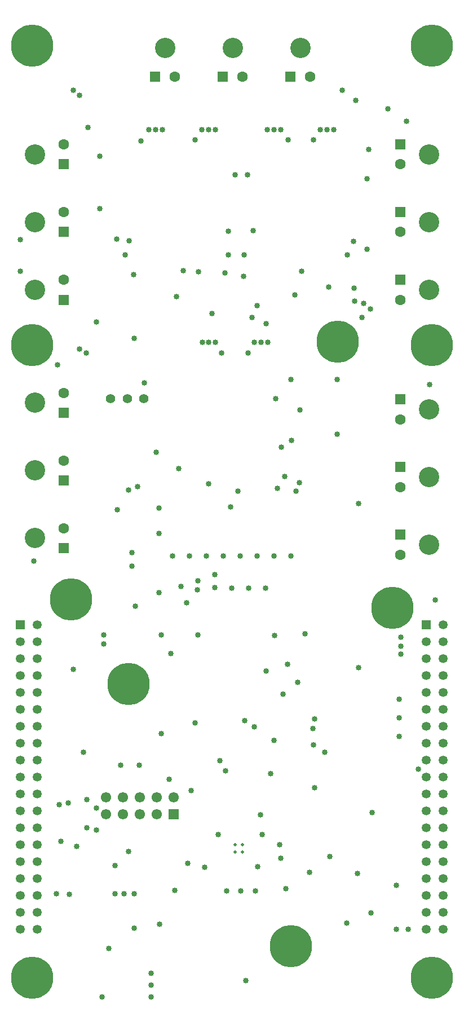
<source format=gbs>
G04*
G04 #@! TF.GenerationSoftware,Altium Limited,Altium Designer,23.7.1 (13)*
G04*
G04 Layer_Color=16711935*
%FSLAX25Y25*%
%MOIN*%
G70*
G04*
G04 #@! TF.SameCoordinates,971C37BE-97D5-4A50-9DA2-DA4AE9E2F4D9*
G04*
G04*
G04 #@! TF.FilePolarity,Negative*
G04*
G01*
G75*
%ADD53C,0.25000*%
%ADD54C,0.05512*%
%ADD55C,0.12008*%
%ADD56C,0.06319*%
%ADD57R,0.06319X0.06319*%
%ADD58R,0.06319X0.06319*%
%ADD59C,0.06102*%
%ADD60R,0.06102X0.06102*%
%ADD61R,0.05315X0.05315*%
%ADD62C,0.05315*%
%ADD63C,0.03347*%
%ADD64C,0.01968*%
D53*
X200307Y395614D02*
D03*
X19685Y393701D02*
D03*
X255906D02*
D03*
X76807Y193425D02*
D03*
X232795Y238386D02*
D03*
X42795Y243386D02*
D03*
X172795Y38386D02*
D03*
X255906Y570866D02*
D03*
X19685D02*
D03*
Y19685D02*
D03*
X255906D02*
D03*
D54*
X85785Y362000D02*
D03*
X75942D02*
D03*
X66100D02*
D03*
D55*
X254478Y275700D02*
D03*
X21222Y506500D02*
D03*
Y466500D02*
D03*
X254478D02*
D03*
Y506500D02*
D03*
X98194Y569308D02*
D03*
X178200Y569300D02*
D03*
X254478Y315700D02*
D03*
Y426400D02*
D03*
X21222Y359600D02*
D03*
Y319600D02*
D03*
Y279600D02*
D03*
Y426400D02*
D03*
X138200Y569300D02*
D03*
X254478Y355700D02*
D03*
D56*
X237470Y269795D02*
D03*
X38230Y512405D02*
D03*
Y472405D02*
D03*
X237470Y460595D02*
D03*
Y500595D02*
D03*
X104100Y552300D02*
D03*
X184106Y552292D02*
D03*
X237470Y309794D02*
D03*
Y420495D02*
D03*
X38230Y365506D02*
D03*
Y325505D02*
D03*
Y285506D02*
D03*
Y432305D02*
D03*
X144106Y552292D02*
D03*
X237470Y349795D02*
D03*
D57*
Y281606D02*
D03*
X38230Y500595D02*
D03*
Y460595D02*
D03*
X237470Y472405D02*
D03*
Y512405D02*
D03*
Y321605D02*
D03*
Y432305D02*
D03*
X38230Y353695D02*
D03*
Y313695D02*
D03*
Y273694D02*
D03*
Y420495D02*
D03*
X237470Y361606D02*
D03*
D58*
X92289Y552300D02*
D03*
X172294Y552292D02*
D03*
X132294D02*
D03*
D59*
X63307Y126425D02*
D03*
X73307D02*
D03*
X83307D02*
D03*
X93307D02*
D03*
X103307D02*
D03*
X63307Y116425D02*
D03*
X73307D02*
D03*
X83307D02*
D03*
X93307D02*
D03*
D60*
X103307D02*
D03*
D61*
X12795Y228386D02*
D03*
X252795D02*
D03*
D62*
X22795D02*
D03*
X12795Y218386D02*
D03*
X22795D02*
D03*
X12795Y208386D02*
D03*
X22795D02*
D03*
X12795Y198386D02*
D03*
X22795D02*
D03*
X12795Y188386D02*
D03*
X22795D02*
D03*
X12795Y178386D02*
D03*
X22795D02*
D03*
X12795Y168386D02*
D03*
X22795D02*
D03*
X12795Y158386D02*
D03*
X22795D02*
D03*
X12795Y148386D02*
D03*
X22795D02*
D03*
X12795Y138386D02*
D03*
X22795D02*
D03*
X12795Y128386D02*
D03*
X22795D02*
D03*
X12795Y118386D02*
D03*
X22795D02*
D03*
X12795Y108386D02*
D03*
X22795D02*
D03*
X12795Y98386D02*
D03*
X22795D02*
D03*
X12795Y88386D02*
D03*
X22795D02*
D03*
X12795Y78386D02*
D03*
X22795D02*
D03*
X12795Y68386D02*
D03*
X22795D02*
D03*
X12795Y58386D02*
D03*
X22795D02*
D03*
X12795Y48386D02*
D03*
X22795D02*
D03*
X262795Y228386D02*
D03*
X252795Y218386D02*
D03*
X262795D02*
D03*
X252795Y208386D02*
D03*
X262795D02*
D03*
X252795Y198386D02*
D03*
X262795D02*
D03*
X252795Y188386D02*
D03*
X262795D02*
D03*
X252795Y178386D02*
D03*
X262795D02*
D03*
X252795Y168386D02*
D03*
X262795D02*
D03*
X252795Y158386D02*
D03*
X262795D02*
D03*
X252795Y148386D02*
D03*
X262795D02*
D03*
X252795Y138386D02*
D03*
X262795D02*
D03*
X252795Y128386D02*
D03*
X262795D02*
D03*
X252795Y118386D02*
D03*
X262795D02*
D03*
X252795Y108386D02*
D03*
X262795D02*
D03*
X252795Y98386D02*
D03*
X262795D02*
D03*
X252795Y88386D02*
D03*
X262795D02*
D03*
X252795Y78386D02*
D03*
X262795D02*
D03*
X252795Y68386D02*
D03*
X262795D02*
D03*
X252795Y58386D02*
D03*
X262795D02*
D03*
X252795Y48386D02*
D03*
X262795D02*
D03*
D63*
X133500Y436500D02*
D03*
X135500Y447000D02*
D03*
Y461000D02*
D03*
X139500Y494500D02*
D03*
X149500Y410000D02*
D03*
X151000Y395500D02*
D03*
X144500Y434500D02*
D03*
X95830Y164045D02*
D03*
X44000Y202000D02*
D03*
X47606Y391500D02*
D03*
X51623Y389106D02*
D03*
X100500Y137000D02*
D03*
X113500Y130500D02*
D03*
X76500Y94500D02*
D03*
X237500Y211000D02*
D03*
Y215685D02*
D03*
Y221000D02*
D03*
X189894Y521000D02*
D03*
X210312Y419653D02*
D03*
X219500Y415000D02*
D03*
X214500Y410000D02*
D03*
X258000Y243000D02*
D03*
X120307Y395500D02*
D03*
X128000D02*
D03*
X158000Y406500D02*
D03*
X158975Y395475D02*
D03*
X177581Y312282D02*
D03*
X175749Y307293D02*
D03*
X164795Y309227D02*
D03*
X169000Y316000D02*
D03*
X82000Y310000D02*
D03*
X76500Y308000D02*
D03*
X78500Y263000D02*
D03*
X94500Y247500D02*
D03*
X117500Y254500D02*
D03*
X117230Y249192D02*
D03*
X186589Y172589D02*
D03*
X185500Y167000D02*
D03*
X195500Y91500D02*
D03*
X155500Y104500D02*
D03*
X154500Y116000D02*
D03*
X181000Y223000D02*
D03*
X86000Y371500D02*
D03*
X93000Y330500D02*
D03*
X94500Y297500D02*
D03*
X70000Y296500D02*
D03*
X57500Y407500D02*
D03*
X12500Y437500D02*
D03*
Y456000D02*
D03*
X126000Y412500D02*
D03*
X152500Y417000D02*
D03*
X212500Y300000D02*
D03*
X200000Y341000D02*
D03*
X236500Y162500D02*
D03*
Y173500D02*
D03*
Y184500D02*
D03*
X220500Y117500D02*
D03*
X220000Y58000D02*
D03*
X169500Y72500D02*
D03*
X146000Y18000D02*
D03*
X65000Y37000D02*
D03*
X68500Y86000D02*
D03*
X160500Y140500D02*
D03*
X50000Y153000D02*
D03*
X80491Y239388D02*
D03*
X34500Y382000D02*
D03*
X200000Y373500D02*
D03*
X254500Y370500D02*
D03*
X241000Y526000D02*
D03*
X218500Y509500D02*
D03*
X52500Y522500D02*
D03*
X96000Y222500D02*
D03*
X95000Y51500D02*
D03*
X121500Y85000D02*
D03*
X152500Y269000D02*
D03*
X130500Y148000D02*
D03*
X134000Y142000D02*
D03*
X162500Y160000D02*
D03*
X205500Y52000D02*
D03*
X145337Y171604D02*
D03*
X151000Y168000D02*
D03*
X186500Y132000D02*
D03*
X186000Y157500D02*
D03*
X212500Y203000D02*
D03*
X235000Y74500D02*
D03*
X212000Y81500D02*
D03*
X52000Y108500D02*
D03*
X111500Y87500D02*
D03*
X134500Y71000D02*
D03*
X153000Y85500D02*
D03*
X129500Y104500D02*
D03*
X90000Y22500D02*
D03*
Y15500D02*
D03*
Y8500D02*
D03*
X57500Y120000D02*
D03*
Y107000D02*
D03*
X192500Y153000D02*
D03*
X242000Y48500D02*
D03*
X235000D02*
D03*
X183500Y82000D02*
D03*
X166500Y90500D02*
D03*
X166000Y98500D02*
D03*
X151500Y71000D02*
D03*
X143000D02*
D03*
X104000Y71500D02*
D03*
X68500Y69500D02*
D03*
X80000Y49000D02*
D03*
X194911Y427911D02*
D03*
X41500Y69000D02*
D03*
X34000Y69500D02*
D03*
X80086Y69530D02*
D03*
X74000Y69500D02*
D03*
X217500Y450500D02*
D03*
X230000Y533500D02*
D03*
X116000Y170500D02*
D03*
X62000Y222500D02*
D03*
X248000Y143000D02*
D03*
X101500Y211500D02*
D03*
X62000Y217000D02*
D03*
X83000Y145500D02*
D03*
X46000Y97500D02*
D03*
X72000Y145500D02*
D03*
X74500Y447000D02*
D03*
X69500Y456500D02*
D03*
X41000Y123000D02*
D03*
X52000Y125000D02*
D03*
X80100Y397900D02*
D03*
X35500Y122000D02*
D03*
X147500Y250000D02*
D03*
X137500D02*
D03*
X127500Y250500D02*
D03*
X157500Y250000D02*
D03*
X111000Y241500D02*
D03*
X172500Y269000D02*
D03*
X162500D02*
D03*
X142500D02*
D03*
X132500D02*
D03*
X122500D02*
D03*
X112500D02*
D03*
X102500D02*
D03*
X61000Y8500D02*
D03*
X78500Y271000D02*
D03*
X36500Y100500D02*
D03*
X94500Y282500D02*
D03*
X150284Y461500D02*
D03*
X147000Y494500D02*
D03*
X127500Y258000D02*
D03*
X107500Y251136D02*
D03*
X20500Y266000D02*
D03*
X137000Y298000D02*
D03*
X141368Y307500D02*
D03*
X172500Y373500D02*
D03*
X173000Y337500D02*
D03*
X178000Y355500D02*
D03*
X59500Y505500D02*
D03*
X217500Y492000D02*
D03*
X59500Y474500D02*
D03*
X123937Y311904D02*
D03*
X106200Y320700D02*
D03*
X124000Y395500D02*
D03*
X131626Y389000D02*
D03*
X215500Y418500D02*
D03*
X210000Y427500D02*
D03*
X167000Y333486D02*
D03*
X175000Y423500D02*
D03*
X178934Y437393D02*
D03*
X109137Y437704D02*
D03*
X105000Y422500D02*
D03*
X117837Y436996D02*
D03*
X163500Y362000D02*
D03*
X79500Y435500D02*
D03*
X176500Y194500D02*
D03*
X168000Y187500D02*
D03*
X163000Y222000D02*
D03*
X117500Y222500D02*
D03*
X170500Y205000D02*
D03*
X158000Y201000D02*
D03*
X209500Y455000D02*
D03*
X186000Y515000D02*
D03*
X171000D02*
D03*
X77000Y455500D02*
D03*
X145000Y447000D02*
D03*
X155000Y395500D02*
D03*
X147374Y389000D02*
D03*
X115952Y515000D02*
D03*
X88500Y521000D02*
D03*
X84000Y514500D02*
D03*
X92500Y521000D02*
D03*
X96500D02*
D03*
X206000Y447000D02*
D03*
X198000Y521000D02*
D03*
X211000Y538500D02*
D03*
X44000Y544500D02*
D03*
X203000D02*
D03*
X47500Y541500D02*
D03*
X194000Y521000D02*
D03*
X166500D02*
D03*
X162500D02*
D03*
X158500D02*
D03*
X128000D02*
D03*
X124000D02*
D03*
X120000D02*
D03*
D64*
X139535Y94135D02*
D03*
X143865D02*
D03*
Y98465D02*
D03*
X139535D02*
D03*
M02*

</source>
